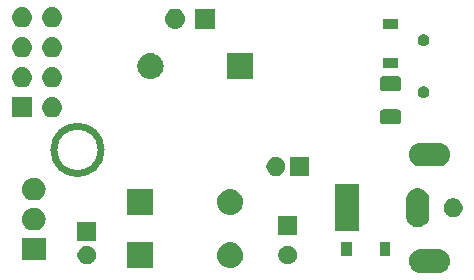
<source format=gbr>
G04 #@! TF.GenerationSoftware,KiCad,Pcbnew,5.0.2-bee76a0~70~ubuntu18.04.1*
G04 #@! TF.CreationDate,2019-05-15T10:04:00-07:00*
G04 #@! TF.ProjectId,shellbell,7368656c-6c62-4656-9c6c-2e6b69636164,rev?*
G04 #@! TF.SameCoordinates,Original*
G04 #@! TF.FileFunction,Soldermask,Bot*
G04 #@! TF.FilePolarity,Negative*
%FSLAX46Y46*%
G04 Gerber Fmt 4.6, Leading zero omitted, Abs format (unit mm)*
G04 Created by KiCad (PCBNEW 5.0.2-bee76a0~70~ubuntu18.04.1) date Wed 15 May 2019 10:04:00 AM PDT*
%MOMM*%
%LPD*%
G01*
G04 APERTURE LIST*
%ADD10C,0.600000*%
%ADD11C,0.100000*%
G04 APERTURE END LIST*
D10*
X139200000Y-107600000D02*
G75*
G03X139200000Y-107600000I-2000000J0D01*
G01*
D11*
G36*
X167946034Y-116014470D02*
X168040285Y-116043061D01*
X168134536Y-116071651D01*
X168226969Y-116121058D01*
X168308258Y-116164508D01*
X168460528Y-116289472D01*
X168585492Y-116441742D01*
X168585493Y-116441744D01*
X168678349Y-116615464D01*
X168678349Y-116615465D01*
X168735530Y-116803966D01*
X168754838Y-117000000D01*
X168735530Y-117196034D01*
X168713318Y-117269256D01*
X168678349Y-117384536D01*
X168596113Y-117538388D01*
X168585492Y-117558258D01*
X168460528Y-117710528D01*
X168308258Y-117835492D01*
X168308256Y-117835493D01*
X168134536Y-117928349D01*
X168040285Y-117956939D01*
X167946034Y-117985530D01*
X167799120Y-118000000D01*
X166200880Y-118000000D01*
X166053966Y-117985530D01*
X165959715Y-117956939D01*
X165865464Y-117928349D01*
X165691744Y-117835493D01*
X165691742Y-117835492D01*
X165539472Y-117710528D01*
X165414508Y-117558258D01*
X165403887Y-117538388D01*
X165321651Y-117384536D01*
X165286682Y-117269256D01*
X165264470Y-117196034D01*
X165245162Y-117000000D01*
X165264470Y-116803966D01*
X165321651Y-116615465D01*
X165321651Y-116615464D01*
X165414507Y-116441744D01*
X165414508Y-116441742D01*
X165539472Y-116289472D01*
X165691742Y-116164508D01*
X165773031Y-116121058D01*
X165865464Y-116071651D01*
X165959715Y-116043061D01*
X166053966Y-116014470D01*
X166200880Y-116000000D01*
X167799120Y-116000000D01*
X167946034Y-116014470D01*
X167946034Y-116014470D01*
G37*
G36*
X143600000Y-117600000D02*
X141400000Y-117600000D01*
X141400000Y-115400000D01*
X143600000Y-115400000D01*
X143600000Y-117600000D01*
X143600000Y-117600000D01*
G37*
G36*
X150335638Y-115415916D02*
X150486153Y-115461575D01*
X150542990Y-115478816D01*
X150665127Y-115544100D01*
X150734084Y-115580958D01*
X150901581Y-115718419D01*
X151039042Y-115885916D01*
X151075900Y-115954873D01*
X151141184Y-116077010D01*
X151158425Y-116133847D01*
X151204084Y-116284362D01*
X151225322Y-116500000D01*
X151204084Y-116715638D01*
X151177289Y-116803967D01*
X151141184Y-116922990D01*
X151125410Y-116952500D01*
X151039042Y-117114084D01*
X150901581Y-117281581D01*
X150734084Y-117419042D01*
X150665127Y-117455900D01*
X150542990Y-117521184D01*
X150486153Y-117538425D01*
X150335638Y-117584084D01*
X150174036Y-117600000D01*
X150065964Y-117600000D01*
X149904362Y-117584084D01*
X149753847Y-117538425D01*
X149697010Y-117521184D01*
X149574873Y-117455900D01*
X149505916Y-117419042D01*
X149338419Y-117281581D01*
X149200958Y-117114084D01*
X149114590Y-116952500D01*
X149098816Y-116922990D01*
X149062711Y-116803967D01*
X149035916Y-116715638D01*
X149014678Y-116500000D01*
X149035916Y-116284362D01*
X149081575Y-116133847D01*
X149098816Y-116077010D01*
X149164100Y-115954873D01*
X149200958Y-115885916D01*
X149338419Y-115718419D01*
X149505916Y-115580958D01*
X149574873Y-115544100D01*
X149697010Y-115478816D01*
X149753847Y-115461575D01*
X149904362Y-115415916D01*
X150065964Y-115400000D01*
X150174036Y-115400000D01*
X150335638Y-115415916D01*
X150335638Y-115415916D01*
G37*
G36*
X138233351Y-115730743D02*
X138378942Y-115791049D01*
X138509970Y-115878599D01*
X138621401Y-115990030D01*
X138708951Y-116121058D01*
X138769257Y-116266649D01*
X138800000Y-116421207D01*
X138800000Y-116578793D01*
X138769257Y-116733351D01*
X138708951Y-116878942D01*
X138621401Y-117009970D01*
X138509970Y-117121401D01*
X138378942Y-117208951D01*
X138233351Y-117269257D01*
X138078793Y-117300000D01*
X137921207Y-117300000D01*
X137766649Y-117269257D01*
X137621058Y-117208951D01*
X137490030Y-117121401D01*
X137378599Y-117009970D01*
X137291049Y-116878942D01*
X137230743Y-116733351D01*
X137200000Y-116578793D01*
X137200000Y-116421207D01*
X137230743Y-116266649D01*
X137291049Y-116121058D01*
X137378599Y-115990030D01*
X137490030Y-115878599D01*
X137621058Y-115791049D01*
X137766649Y-115730743D01*
X137921207Y-115700000D01*
X138078793Y-115700000D01*
X138233351Y-115730743D01*
X138233351Y-115730743D01*
G37*
G36*
X155233351Y-115730743D02*
X155378942Y-115791049D01*
X155509970Y-115878599D01*
X155621401Y-115990030D01*
X155708951Y-116121058D01*
X155769257Y-116266649D01*
X155800000Y-116421207D01*
X155800000Y-116578793D01*
X155769257Y-116733351D01*
X155708951Y-116878942D01*
X155621401Y-117009970D01*
X155509970Y-117121401D01*
X155378942Y-117208951D01*
X155233351Y-117269257D01*
X155078793Y-117300000D01*
X154921207Y-117300000D01*
X154766649Y-117269257D01*
X154621058Y-117208951D01*
X154490030Y-117121401D01*
X154378599Y-117009970D01*
X154291049Y-116878942D01*
X154230743Y-116733351D01*
X154200000Y-116578793D01*
X154200000Y-116421207D01*
X154230743Y-116266649D01*
X154291049Y-116121058D01*
X154378599Y-115990030D01*
X154490030Y-115878599D01*
X154621058Y-115791049D01*
X154766649Y-115730743D01*
X154921207Y-115700000D01*
X155078793Y-115700000D01*
X155233351Y-115730743D01*
X155233351Y-115730743D01*
G37*
G36*
X134500000Y-116952500D02*
X132500000Y-116952500D01*
X132500000Y-115047500D01*
X134500000Y-115047500D01*
X134500000Y-116952500D01*
X134500000Y-116952500D01*
G37*
G36*
X163700000Y-116600000D02*
X162800000Y-116600000D01*
X162800000Y-115400000D01*
X163700000Y-115400000D01*
X163700000Y-116600000D01*
X163700000Y-116600000D01*
G37*
G36*
X160400000Y-116600000D02*
X159500000Y-116600000D01*
X159500000Y-115400000D01*
X160400000Y-115400000D01*
X160400000Y-116600000D01*
X160400000Y-116600000D01*
G37*
G36*
X138800000Y-115300000D02*
X137200000Y-115300000D01*
X137200000Y-113700000D01*
X138800000Y-113700000D01*
X138800000Y-115300000D01*
X138800000Y-115300000D01*
G37*
G36*
X155800000Y-114800000D02*
X154200000Y-114800000D01*
X154200000Y-113200000D01*
X155800000Y-113200000D01*
X155800000Y-114800000D01*
X155800000Y-114800000D01*
G37*
G36*
X161000000Y-114500000D02*
X159000000Y-114500000D01*
X159000000Y-110500000D01*
X161000000Y-110500000D01*
X161000000Y-114500000D01*
X161000000Y-114500000D01*
G37*
G36*
X133734223Y-112521283D02*
X133823996Y-112548516D01*
X133913771Y-112575748D01*
X134019531Y-112632278D01*
X134079241Y-112664194D01*
X134224278Y-112783222D01*
X134343306Y-112928259D01*
X134375222Y-112987969D01*
X134431752Y-113093729D01*
X134433654Y-113100000D01*
X134486217Y-113273277D01*
X134504608Y-113460000D01*
X134486217Y-113646723D01*
X134467551Y-113708256D01*
X134431752Y-113826271D01*
X134375222Y-113932031D01*
X134343306Y-113991741D01*
X134224278Y-114136778D01*
X134079241Y-114255806D01*
X134019531Y-114287722D01*
X133913771Y-114344252D01*
X133823996Y-114371485D01*
X133734223Y-114398717D01*
X133594285Y-114412500D01*
X133405715Y-114412500D01*
X133265777Y-114398717D01*
X133176004Y-114371485D01*
X133086229Y-114344252D01*
X132980469Y-114287722D01*
X132920759Y-114255806D01*
X132775722Y-114136778D01*
X132656694Y-113991741D01*
X132624778Y-113932031D01*
X132568248Y-113826271D01*
X132532449Y-113708256D01*
X132513783Y-113646723D01*
X132495392Y-113460000D01*
X132513783Y-113273277D01*
X132566346Y-113100000D01*
X132568248Y-113093729D01*
X132624778Y-112987969D01*
X132656694Y-112928259D01*
X132775722Y-112783222D01*
X132920759Y-112664194D01*
X132980469Y-112632278D01*
X133086229Y-112575748D01*
X133176004Y-112548516D01*
X133265777Y-112521283D01*
X133405715Y-112507500D01*
X133594285Y-112507500D01*
X133734223Y-112521283D01*
X133734223Y-112521283D01*
G37*
G36*
X166196033Y-110864470D02*
X166290283Y-110893060D01*
X166384535Y-110921651D01*
X166491483Y-110978816D01*
X166558258Y-111014508D01*
X166710528Y-111139472D01*
X166835492Y-111291742D01*
X166835493Y-111291744D01*
X166928349Y-111465464D01*
X166956939Y-111559715D01*
X166985530Y-111653966D01*
X167000000Y-111800880D01*
X167000000Y-113199120D01*
X166985530Y-113346034D01*
X166956939Y-113440285D01*
X166928349Y-113534536D01*
X166868384Y-113646721D01*
X166835492Y-113708258D01*
X166710528Y-113860528D01*
X166558258Y-113985492D01*
X166558256Y-113985493D01*
X166384536Y-114078349D01*
X166290284Y-114106940D01*
X166196034Y-114135530D01*
X166000000Y-114154838D01*
X165803967Y-114135530D01*
X165709717Y-114106940D01*
X165615465Y-114078349D01*
X165441745Y-113985493D01*
X165441743Y-113985492D01*
X165289473Y-113860528D01*
X165164509Y-113708258D01*
X165131617Y-113646721D01*
X165071650Y-113534532D01*
X165014470Y-113346038D01*
X165000000Y-113199120D01*
X165000000Y-111800881D01*
X165014470Y-111653968D01*
X165014471Y-111653966D01*
X165071651Y-111465466D01*
X165071651Y-111465465D01*
X165164507Y-111291744D01*
X165164508Y-111291742D01*
X165289472Y-111139472D01*
X165441742Y-111014508D01*
X165508517Y-110978816D01*
X165615464Y-110921651D01*
X165709716Y-110893060D01*
X165803966Y-110864470D01*
X166000000Y-110845162D01*
X166196033Y-110864470D01*
X166196033Y-110864470D01*
G37*
G36*
X169233351Y-111730743D02*
X169378942Y-111791049D01*
X169509970Y-111878599D01*
X169621401Y-111990030D01*
X169708951Y-112121058D01*
X169769257Y-112266649D01*
X169800000Y-112421207D01*
X169800000Y-112578793D01*
X169769257Y-112733351D01*
X169708951Y-112878942D01*
X169621401Y-113009970D01*
X169509970Y-113121401D01*
X169378942Y-113208951D01*
X169233351Y-113269257D01*
X169078793Y-113300000D01*
X168921207Y-113300000D01*
X168766649Y-113269257D01*
X168621058Y-113208951D01*
X168490030Y-113121401D01*
X168378599Y-113009970D01*
X168291049Y-112878942D01*
X168230743Y-112733351D01*
X168200000Y-112578793D01*
X168200000Y-112421207D01*
X168230743Y-112266649D01*
X168291049Y-112121058D01*
X168378599Y-111990030D01*
X168490030Y-111878599D01*
X168621058Y-111791049D01*
X168766649Y-111730743D01*
X168921207Y-111700000D01*
X169078793Y-111700000D01*
X169233351Y-111730743D01*
X169233351Y-111730743D01*
G37*
G36*
X143600000Y-113100000D02*
X141400000Y-113100000D01*
X141400000Y-110900000D01*
X143600000Y-110900000D01*
X143600000Y-113100000D01*
X143600000Y-113100000D01*
G37*
G36*
X150335638Y-110915916D02*
X150486153Y-110961575D01*
X150542990Y-110978816D01*
X150665127Y-111044100D01*
X150734084Y-111080958D01*
X150901581Y-111218419D01*
X151039042Y-111385916D01*
X151074224Y-111451738D01*
X151141184Y-111577010D01*
X151147180Y-111596777D01*
X151204084Y-111784362D01*
X151225322Y-112000000D01*
X151204084Y-112215638D01*
X151158425Y-112366153D01*
X151141184Y-112422990D01*
X151096012Y-112507500D01*
X151039042Y-112614084D01*
X150901581Y-112781581D01*
X150734084Y-112919042D01*
X150716834Y-112928262D01*
X150542990Y-113021184D01*
X150486153Y-113038425D01*
X150335638Y-113084084D01*
X150174036Y-113100000D01*
X150065964Y-113100000D01*
X149904362Y-113084084D01*
X149753847Y-113038425D01*
X149697010Y-113021184D01*
X149523166Y-112928262D01*
X149505916Y-112919042D01*
X149338419Y-112781581D01*
X149200958Y-112614084D01*
X149143988Y-112507500D01*
X149098816Y-112422990D01*
X149081575Y-112366153D01*
X149035916Y-112215638D01*
X149014678Y-112000000D01*
X149035916Y-111784362D01*
X149092820Y-111596777D01*
X149098816Y-111577010D01*
X149165776Y-111451738D01*
X149200958Y-111385916D01*
X149338419Y-111218419D01*
X149505916Y-111080958D01*
X149574873Y-111044100D01*
X149697010Y-110978816D01*
X149753847Y-110961575D01*
X149904362Y-110915916D01*
X150065964Y-110900000D01*
X150174036Y-110900000D01*
X150335638Y-110915916D01*
X150335638Y-110915916D01*
G37*
G36*
X133734223Y-109981283D02*
X133823996Y-110008515D01*
X133913771Y-110035748D01*
X134019531Y-110092278D01*
X134079241Y-110124194D01*
X134224278Y-110243222D01*
X134343306Y-110388259D01*
X134375222Y-110447969D01*
X134431752Y-110553729D01*
X134458984Y-110643504D01*
X134486217Y-110733277D01*
X134504608Y-110920000D01*
X134486217Y-111106723D01*
X134476282Y-111139473D01*
X134431752Y-111286271D01*
X134378490Y-111385916D01*
X134343306Y-111451741D01*
X134224278Y-111596778D01*
X134079241Y-111715806D01*
X134019531Y-111747722D01*
X133913771Y-111804252D01*
X133823996Y-111831484D01*
X133734223Y-111858717D01*
X133594285Y-111872500D01*
X133405715Y-111872500D01*
X133265777Y-111858717D01*
X133176004Y-111831484D01*
X133086229Y-111804252D01*
X132980469Y-111747722D01*
X132920759Y-111715806D01*
X132775722Y-111596778D01*
X132656694Y-111451741D01*
X132621510Y-111385916D01*
X132568248Y-111286271D01*
X132523718Y-111139473D01*
X132513783Y-111106723D01*
X132495392Y-110920000D01*
X132513783Y-110733277D01*
X132541016Y-110643504D01*
X132568248Y-110553729D01*
X132624778Y-110447969D01*
X132656694Y-110388259D01*
X132775722Y-110243222D01*
X132920759Y-110124194D01*
X132980469Y-110092278D01*
X133086229Y-110035748D01*
X133176004Y-110008515D01*
X133265777Y-109981283D01*
X133405715Y-109967500D01*
X133594285Y-109967500D01*
X133734223Y-109981283D01*
X133734223Y-109981283D01*
G37*
G36*
X156800000Y-109800000D02*
X155200000Y-109800000D01*
X155200000Y-108200000D01*
X156800000Y-108200000D01*
X156800000Y-109800000D01*
X156800000Y-109800000D01*
G37*
G36*
X154233351Y-108230743D02*
X154378942Y-108291049D01*
X154509970Y-108378599D01*
X154621401Y-108490030D01*
X154708951Y-108621058D01*
X154769257Y-108766649D01*
X154800000Y-108921207D01*
X154800000Y-109078793D01*
X154769257Y-109233351D01*
X154708951Y-109378942D01*
X154621401Y-109509970D01*
X154509970Y-109621401D01*
X154378942Y-109708951D01*
X154233351Y-109769257D01*
X154078793Y-109800000D01*
X153921207Y-109800000D01*
X153766649Y-109769257D01*
X153621058Y-109708951D01*
X153490030Y-109621401D01*
X153378599Y-109509970D01*
X153291049Y-109378942D01*
X153230743Y-109233351D01*
X153200000Y-109078793D01*
X153200000Y-108921207D01*
X153230743Y-108766649D01*
X153291049Y-108621058D01*
X153378599Y-108490030D01*
X153490030Y-108378599D01*
X153621058Y-108291049D01*
X153766649Y-108230743D01*
X153921207Y-108200000D01*
X154078793Y-108200000D01*
X154233351Y-108230743D01*
X154233351Y-108230743D01*
G37*
G36*
X167946034Y-107014470D02*
X168040284Y-107043060D01*
X168134536Y-107071651D01*
X168288388Y-107153887D01*
X168308258Y-107164508D01*
X168460528Y-107289472D01*
X168585492Y-107441742D01*
X168585493Y-107441744D01*
X168678349Y-107615464D01*
X168735530Y-107803967D01*
X168754838Y-108000000D01*
X168735530Y-108196033D01*
X168678349Y-108384536D01*
X168621961Y-108490030D01*
X168585492Y-108558258D01*
X168460528Y-108710528D01*
X168308258Y-108835492D01*
X168308256Y-108835493D01*
X168134536Y-108928349D01*
X168040285Y-108956939D01*
X167946034Y-108985530D01*
X167799120Y-109000000D01*
X166200880Y-109000000D01*
X166053966Y-108985530D01*
X165959715Y-108956939D01*
X165865464Y-108928349D01*
X165691744Y-108835493D01*
X165691742Y-108835492D01*
X165539472Y-108710528D01*
X165414508Y-108558258D01*
X165378039Y-108490030D01*
X165321651Y-108384536D01*
X165264470Y-108196033D01*
X165245162Y-108000000D01*
X165264470Y-107803967D01*
X165321651Y-107615464D01*
X165414507Y-107441744D01*
X165414508Y-107441742D01*
X165539472Y-107289472D01*
X165691742Y-107164508D01*
X165711612Y-107153887D01*
X165865464Y-107071651D01*
X165959716Y-107043060D01*
X166053966Y-107014470D01*
X166200880Y-107000000D01*
X167799120Y-107000000D01*
X167946034Y-107014470D01*
X167946034Y-107014470D01*
G37*
G36*
X164409924Y-104179295D02*
X164448309Y-104190939D01*
X164483692Y-104209852D01*
X164514700Y-104235300D01*
X164540148Y-104266308D01*
X164559061Y-104301691D01*
X164570705Y-104340076D01*
X164575000Y-104383686D01*
X164575000Y-105216314D01*
X164570705Y-105259924D01*
X164559061Y-105298309D01*
X164540148Y-105333692D01*
X164514700Y-105364700D01*
X164483692Y-105390148D01*
X164448309Y-105409061D01*
X164409924Y-105420705D01*
X164366314Y-105425000D01*
X163033686Y-105425000D01*
X162990076Y-105420705D01*
X162951691Y-105409061D01*
X162916308Y-105390148D01*
X162885300Y-105364700D01*
X162859852Y-105333692D01*
X162840939Y-105298309D01*
X162829295Y-105259924D01*
X162825000Y-105216314D01*
X162825000Y-104383686D01*
X162829295Y-104340076D01*
X162840939Y-104301691D01*
X162859852Y-104266308D01*
X162885300Y-104235300D01*
X162916308Y-104209852D01*
X162951691Y-104190939D01*
X162990076Y-104179295D01*
X163033686Y-104175000D01*
X164366314Y-104175000D01*
X164409924Y-104179295D01*
X164409924Y-104179295D01*
G37*
G36*
X135206629Y-103162300D02*
X135366855Y-103210903D01*
X135514519Y-103289832D01*
X135643948Y-103396052D01*
X135750168Y-103525481D01*
X135829097Y-103673145D01*
X135877700Y-103833371D01*
X135894112Y-104000000D01*
X135877700Y-104166629D01*
X135829097Y-104326855D01*
X135750168Y-104474519D01*
X135643948Y-104603948D01*
X135514519Y-104710168D01*
X135366855Y-104789097D01*
X135206629Y-104837700D01*
X135081749Y-104850000D01*
X134998251Y-104850000D01*
X134873371Y-104837700D01*
X134713145Y-104789097D01*
X134565481Y-104710168D01*
X134436052Y-104603948D01*
X134329832Y-104474519D01*
X134250903Y-104326855D01*
X134202300Y-104166629D01*
X134185888Y-104000000D01*
X134202300Y-103833371D01*
X134250903Y-103673145D01*
X134329832Y-103525481D01*
X134436052Y-103396052D01*
X134565481Y-103289832D01*
X134713145Y-103210903D01*
X134873371Y-103162300D01*
X134998251Y-103150000D01*
X135081749Y-103150000D01*
X135206629Y-103162300D01*
X135206629Y-103162300D01*
G37*
G36*
X133350000Y-104850000D02*
X131650000Y-104850000D01*
X131650000Y-103150000D01*
X133350000Y-103150000D01*
X133350000Y-104850000D01*
X133350000Y-104850000D01*
G37*
G36*
X166645845Y-102219215D02*
X166736839Y-102256906D01*
X166818731Y-102311624D01*
X166888376Y-102381269D01*
X166911792Y-102416314D01*
X166943094Y-102463161D01*
X166980785Y-102554155D01*
X166993922Y-102620196D01*
X167000000Y-102650755D01*
X167000000Y-102749245D01*
X166980785Y-102845845D01*
X166943094Y-102936839D01*
X166888376Y-103018731D01*
X166818731Y-103088376D01*
X166736839Y-103143094D01*
X166645845Y-103180785D01*
X166549246Y-103200000D01*
X166450754Y-103200000D01*
X166354155Y-103180785D01*
X166263161Y-103143094D01*
X166181269Y-103088376D01*
X166111624Y-103018731D01*
X166056906Y-102936839D01*
X166019215Y-102845845D01*
X166000000Y-102749245D01*
X166000000Y-102650755D01*
X166006079Y-102620196D01*
X166019215Y-102554155D01*
X166056906Y-102463161D01*
X166088208Y-102416314D01*
X166111624Y-102381269D01*
X166181269Y-102311624D01*
X166263161Y-102256906D01*
X166354155Y-102219215D01*
X166450754Y-102200000D01*
X166549246Y-102200000D01*
X166645845Y-102219215D01*
X166645845Y-102219215D01*
G37*
G36*
X164409924Y-101379295D02*
X164448309Y-101390939D01*
X164483692Y-101409852D01*
X164514700Y-101435300D01*
X164540148Y-101466308D01*
X164559061Y-101501691D01*
X164570705Y-101540076D01*
X164575000Y-101583686D01*
X164575000Y-102416314D01*
X164570705Y-102459924D01*
X164559061Y-102498309D01*
X164540148Y-102533692D01*
X164514700Y-102564700D01*
X164483692Y-102590148D01*
X164448309Y-102609061D01*
X164409924Y-102620705D01*
X164366314Y-102625000D01*
X163033686Y-102625000D01*
X162990076Y-102620705D01*
X162951691Y-102609061D01*
X162916308Y-102590148D01*
X162885300Y-102564700D01*
X162859852Y-102533692D01*
X162840939Y-102498309D01*
X162829295Y-102459924D01*
X162825000Y-102416314D01*
X162825000Y-101583686D01*
X162829295Y-101540076D01*
X162840939Y-101501691D01*
X162859852Y-101466308D01*
X162885300Y-101435300D01*
X162916308Y-101409852D01*
X162951691Y-101390939D01*
X162990076Y-101379295D01*
X163033686Y-101375000D01*
X164366314Y-101375000D01*
X164409924Y-101379295D01*
X164409924Y-101379295D01*
G37*
G36*
X132666629Y-100622300D02*
X132826855Y-100670903D01*
X132974519Y-100749832D01*
X133103948Y-100856052D01*
X133210168Y-100985481D01*
X133289097Y-101133145D01*
X133337700Y-101293371D01*
X133354112Y-101460000D01*
X133337700Y-101626629D01*
X133289097Y-101786855D01*
X133210168Y-101934519D01*
X133103948Y-102063948D01*
X132974519Y-102170168D01*
X132826855Y-102249097D01*
X132666629Y-102297700D01*
X132541749Y-102310000D01*
X132458251Y-102310000D01*
X132333371Y-102297700D01*
X132173145Y-102249097D01*
X132025481Y-102170168D01*
X131896052Y-102063948D01*
X131789832Y-101934519D01*
X131710903Y-101786855D01*
X131662300Y-101626629D01*
X131645888Y-101460000D01*
X131662300Y-101293371D01*
X131710903Y-101133145D01*
X131789832Y-100985481D01*
X131896052Y-100856052D01*
X132025481Y-100749832D01*
X132173145Y-100670903D01*
X132333371Y-100622300D01*
X132458251Y-100610000D01*
X132541749Y-100610000D01*
X132666629Y-100622300D01*
X132666629Y-100622300D01*
G37*
G36*
X135206629Y-100622300D02*
X135366855Y-100670903D01*
X135514519Y-100749832D01*
X135643948Y-100856052D01*
X135750168Y-100985481D01*
X135829097Y-101133145D01*
X135877700Y-101293371D01*
X135894112Y-101460000D01*
X135877700Y-101626629D01*
X135829097Y-101786855D01*
X135750168Y-101934519D01*
X135643948Y-102063948D01*
X135514519Y-102170168D01*
X135366855Y-102249097D01*
X135206629Y-102297700D01*
X135081749Y-102310000D01*
X134998251Y-102310000D01*
X134873371Y-102297700D01*
X134713145Y-102249097D01*
X134565481Y-102170168D01*
X134436052Y-102063948D01*
X134329832Y-101934519D01*
X134250903Y-101786855D01*
X134202300Y-101626629D01*
X134185888Y-101460000D01*
X134202300Y-101293371D01*
X134250903Y-101133145D01*
X134329832Y-100985481D01*
X134436052Y-100856052D01*
X134565481Y-100749832D01*
X134713145Y-100670903D01*
X134873371Y-100622300D01*
X134998251Y-100610000D01*
X135081749Y-100610000D01*
X135206629Y-100622300D01*
X135206629Y-100622300D01*
G37*
G36*
X152100000Y-101600000D02*
X149900000Y-101600000D01*
X149900000Y-99400000D01*
X152100000Y-99400000D01*
X152100000Y-101600000D01*
X152100000Y-101600000D01*
G37*
G36*
X143595638Y-99415916D02*
X143746153Y-99461575D01*
X143802990Y-99478816D01*
X143887425Y-99523948D01*
X143994084Y-99580958D01*
X144161581Y-99718419D01*
X144299042Y-99885916D01*
X144335900Y-99954873D01*
X144401184Y-100077010D01*
X144418425Y-100133847D01*
X144464084Y-100284362D01*
X144485322Y-100500000D01*
X144464084Y-100715638D01*
X144421489Y-100856052D01*
X144401184Y-100922990D01*
X144335900Y-101045127D01*
X144299042Y-101114084D01*
X144161581Y-101281581D01*
X143994084Y-101419042D01*
X143925127Y-101455900D01*
X143802990Y-101521184D01*
X143746153Y-101538425D01*
X143595638Y-101584084D01*
X143434036Y-101600000D01*
X143325964Y-101600000D01*
X143164362Y-101584084D01*
X143013847Y-101538425D01*
X142957010Y-101521184D01*
X142834873Y-101455900D01*
X142765916Y-101419042D01*
X142598419Y-101281581D01*
X142460958Y-101114084D01*
X142424100Y-101045127D01*
X142358816Y-100922990D01*
X142338511Y-100856052D01*
X142295916Y-100715638D01*
X142274678Y-100500000D01*
X142295916Y-100284362D01*
X142341575Y-100133847D01*
X142358816Y-100077010D01*
X142424100Y-99954873D01*
X142460958Y-99885916D01*
X142598419Y-99718419D01*
X142765916Y-99580958D01*
X142872575Y-99523948D01*
X142957010Y-99478816D01*
X143013847Y-99461575D01*
X143164362Y-99415916D01*
X143325964Y-99400000D01*
X143434036Y-99400000D01*
X143595638Y-99415916D01*
X143595638Y-99415916D01*
G37*
G36*
X164300000Y-100700000D02*
X163100000Y-100700000D01*
X163100000Y-99800000D01*
X164300000Y-99800000D01*
X164300000Y-100700000D01*
X164300000Y-100700000D01*
G37*
G36*
X135206629Y-98082300D02*
X135366855Y-98130903D01*
X135514519Y-98209832D01*
X135643948Y-98316052D01*
X135750168Y-98445481D01*
X135829097Y-98593145D01*
X135877700Y-98753371D01*
X135894112Y-98920000D01*
X135877700Y-99086629D01*
X135829097Y-99246855D01*
X135750168Y-99394519D01*
X135643948Y-99523948D01*
X135514519Y-99630168D01*
X135366855Y-99709097D01*
X135206629Y-99757700D01*
X135081749Y-99770000D01*
X134998251Y-99770000D01*
X134873371Y-99757700D01*
X134713145Y-99709097D01*
X134565481Y-99630168D01*
X134436052Y-99523948D01*
X134329832Y-99394519D01*
X134250903Y-99246855D01*
X134202300Y-99086629D01*
X134185888Y-98920000D01*
X134202300Y-98753371D01*
X134250903Y-98593145D01*
X134329832Y-98445481D01*
X134436052Y-98316052D01*
X134565481Y-98209832D01*
X134713145Y-98130903D01*
X134873371Y-98082300D01*
X134998251Y-98070000D01*
X135081749Y-98070000D01*
X135206629Y-98082300D01*
X135206629Y-98082300D01*
G37*
G36*
X132666629Y-98082300D02*
X132826855Y-98130903D01*
X132974519Y-98209832D01*
X133103948Y-98316052D01*
X133210168Y-98445481D01*
X133289097Y-98593145D01*
X133337700Y-98753371D01*
X133354112Y-98920000D01*
X133337700Y-99086629D01*
X133289097Y-99246855D01*
X133210168Y-99394519D01*
X133103948Y-99523948D01*
X132974519Y-99630168D01*
X132826855Y-99709097D01*
X132666629Y-99757700D01*
X132541749Y-99770000D01*
X132458251Y-99770000D01*
X132333371Y-99757700D01*
X132173145Y-99709097D01*
X132025481Y-99630168D01*
X131896052Y-99523948D01*
X131789832Y-99394519D01*
X131710903Y-99246855D01*
X131662300Y-99086629D01*
X131645888Y-98920000D01*
X131662300Y-98753371D01*
X131710903Y-98593145D01*
X131789832Y-98445481D01*
X131896052Y-98316052D01*
X132025481Y-98209832D01*
X132173145Y-98130903D01*
X132333371Y-98082300D01*
X132458251Y-98070000D01*
X132541749Y-98070000D01*
X132666629Y-98082300D01*
X132666629Y-98082300D01*
G37*
G36*
X166645845Y-97819215D02*
X166736839Y-97856906D01*
X166818731Y-97911624D01*
X166888376Y-97981269D01*
X166943094Y-98063161D01*
X166980785Y-98154155D01*
X167000000Y-98250755D01*
X167000000Y-98349245D01*
X166980785Y-98445845D01*
X166943094Y-98536839D01*
X166888376Y-98618731D01*
X166818731Y-98688376D01*
X166736839Y-98743094D01*
X166645845Y-98780785D01*
X166549246Y-98800000D01*
X166450754Y-98800000D01*
X166354155Y-98780785D01*
X166263161Y-98743094D01*
X166181269Y-98688376D01*
X166111624Y-98618731D01*
X166056906Y-98536839D01*
X166019215Y-98445845D01*
X166000000Y-98349245D01*
X166000000Y-98250755D01*
X166019215Y-98154155D01*
X166056906Y-98063161D01*
X166111624Y-97981269D01*
X166181269Y-97911624D01*
X166263161Y-97856906D01*
X166354155Y-97819215D01*
X166450754Y-97800000D01*
X166549246Y-97800000D01*
X166645845Y-97819215D01*
X166645845Y-97819215D01*
G37*
G36*
X164300000Y-97400000D02*
X163100000Y-97400000D01*
X163100000Y-96500000D01*
X164300000Y-96500000D01*
X164300000Y-97400000D01*
X164300000Y-97400000D01*
G37*
G36*
X148850000Y-97350000D02*
X147150000Y-97350000D01*
X147150000Y-95650000D01*
X148850000Y-95650000D01*
X148850000Y-97350000D01*
X148850000Y-97350000D01*
G37*
G36*
X145626629Y-95662300D02*
X145786855Y-95710903D01*
X145934519Y-95789832D01*
X146063948Y-95896052D01*
X146170168Y-96025481D01*
X146249097Y-96173145D01*
X146297700Y-96333371D01*
X146314112Y-96500000D01*
X146297700Y-96666629D01*
X146249097Y-96826855D01*
X146170168Y-96974519D01*
X146063948Y-97103948D01*
X145934519Y-97210168D01*
X145786855Y-97289097D01*
X145626629Y-97337700D01*
X145501749Y-97350000D01*
X145418251Y-97350000D01*
X145293371Y-97337700D01*
X145133145Y-97289097D01*
X144985481Y-97210168D01*
X144856052Y-97103948D01*
X144749832Y-96974519D01*
X144670903Y-96826855D01*
X144622300Y-96666629D01*
X144605888Y-96500000D01*
X144622300Y-96333371D01*
X144670903Y-96173145D01*
X144749832Y-96025481D01*
X144856052Y-95896052D01*
X144985481Y-95789832D01*
X145133145Y-95710903D01*
X145293371Y-95662300D01*
X145418251Y-95650000D01*
X145501749Y-95650000D01*
X145626629Y-95662300D01*
X145626629Y-95662300D01*
G37*
G36*
X135206629Y-95542300D02*
X135366855Y-95590903D01*
X135514519Y-95669832D01*
X135643948Y-95776052D01*
X135750168Y-95905481D01*
X135829097Y-96053145D01*
X135877700Y-96213371D01*
X135894112Y-96380000D01*
X135877700Y-96546629D01*
X135829097Y-96706855D01*
X135750168Y-96854519D01*
X135643948Y-96983948D01*
X135514519Y-97090168D01*
X135366855Y-97169097D01*
X135206629Y-97217700D01*
X135081749Y-97230000D01*
X134998251Y-97230000D01*
X134873371Y-97217700D01*
X134713145Y-97169097D01*
X134565481Y-97090168D01*
X134436052Y-96983948D01*
X134329832Y-96854519D01*
X134250903Y-96706855D01*
X134202300Y-96546629D01*
X134185888Y-96380000D01*
X134202300Y-96213371D01*
X134250903Y-96053145D01*
X134329832Y-95905481D01*
X134436052Y-95776052D01*
X134565481Y-95669832D01*
X134713145Y-95590903D01*
X134873371Y-95542300D01*
X134998251Y-95530000D01*
X135081749Y-95530000D01*
X135206629Y-95542300D01*
X135206629Y-95542300D01*
G37*
G36*
X132666629Y-95542300D02*
X132826855Y-95590903D01*
X132974519Y-95669832D01*
X133103948Y-95776052D01*
X133210168Y-95905481D01*
X133289097Y-96053145D01*
X133337700Y-96213371D01*
X133354112Y-96380000D01*
X133337700Y-96546629D01*
X133289097Y-96706855D01*
X133210168Y-96854519D01*
X133103948Y-96983948D01*
X132974519Y-97090168D01*
X132826855Y-97169097D01*
X132666629Y-97217700D01*
X132541749Y-97230000D01*
X132458251Y-97230000D01*
X132333371Y-97217700D01*
X132173145Y-97169097D01*
X132025481Y-97090168D01*
X131896052Y-96983948D01*
X131789832Y-96854519D01*
X131710903Y-96706855D01*
X131662300Y-96546629D01*
X131645888Y-96380000D01*
X131662300Y-96213371D01*
X131710903Y-96053145D01*
X131789832Y-95905481D01*
X131896052Y-95776052D01*
X132025481Y-95669832D01*
X132173145Y-95590903D01*
X132333371Y-95542300D01*
X132458251Y-95530000D01*
X132541749Y-95530000D01*
X132666629Y-95542300D01*
X132666629Y-95542300D01*
G37*
M02*

</source>
